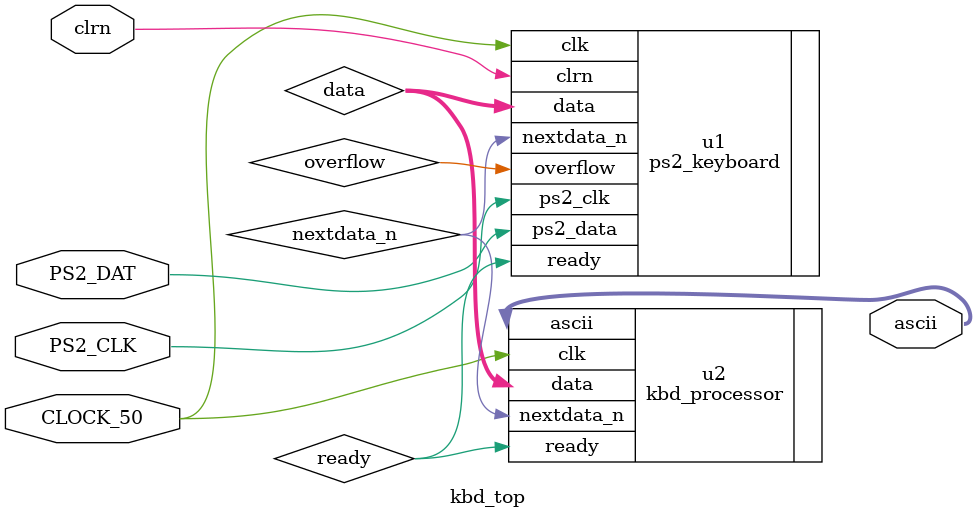
<source format=v>
module kbd_top(
	input 							CLOCK_50,
	input 							clrn,
	input 							PS2_CLK,
	input 		          		PS2_DAT,
	output			  [7:0]     ascii
);

	wire ready, nextdata_n, overflow, shift;
	wire [7:0] data;
	
	
	
ps2_keyboard u1(
			.clk(CLOCK_50),
			.clrn(clrn),
			.ps2_clk(PS2_CLK),
			.ps2_data(PS2_DAT),
			.data(data),
			.ready(ready),
			.nextdata_n(nextdata_n),
			.overflow(overflow)
);

kbd_processor u2(
			.clk(CLOCK_50),
		   .ready(ready),
		   .data(data),
			.nextdata_n(nextdata_n),
		   .ascii(ascii)
);

endmodule 
</source>
